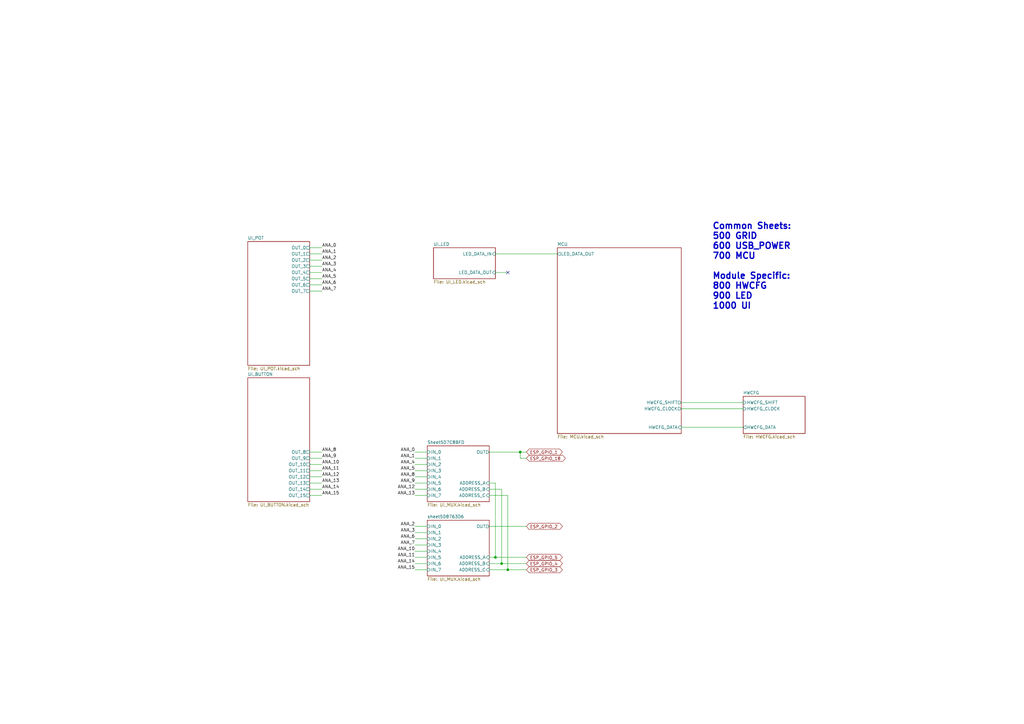
<source format=kicad_sch>
(kicad_sch
	(version 20231120)
	(generator "eeschema")
	(generator_version "8.0")
	(uuid "e5217a0c-7f55-4c30-adda-7f8d95709d1b")
	(paper "A3")
	(lib_symbols)
	(junction
		(at 213.36 185.42)
		(diameter 0)
		(color 0 0 0 0)
		(uuid "209c73f9-de16-400b-b152-86e236d8b759")
	)
	(junction
		(at 203.2 228.6)
		(diameter 0)
		(color 0 0 0 0)
		(uuid "cf4569af-0bff-4075-8757-cb28995312c8")
	)
	(junction
		(at 205.74 231.14)
		(diameter 0)
		(color 0 0 0 0)
		(uuid "d2b7d56d-1244-4cd8-93bd-6431378c10be")
	)
	(junction
		(at 208.28 233.68)
		(diameter 0)
		(color 0 0 0 0)
		(uuid "d80f6458-498d-4278-bd64-deb44cd70bbb")
	)
	(no_connect
		(at 208.28 111.76)
		(uuid "74f5ec08-7600-4a0b-a9e4-aae29f9ea08a")
	)
	(wire
		(pts
			(xy 175.26 203.2) (xy 170.18 203.2)
		)
		(stroke
			(width 0)
			(type default)
		)
		(uuid "05f2859d-2820-4e84-b395-696011feb13b")
	)
	(wire
		(pts
			(xy 279.4 165.1) (xy 304.8 165.1)
		)
		(stroke
			(width 0)
			(type default)
		)
		(uuid "07d160b6-23e1-4aa0-95cb-440482e6fc15")
	)
	(wire
		(pts
			(xy 205.74 231.14) (xy 215.9 231.14)
		)
		(stroke
			(width 0)
			(type default)
		)
		(uuid "090ca4f4-ea5e-47f8-8179-b0f20c649227")
	)
	(wire
		(pts
			(xy 205.74 200.66) (xy 205.74 231.14)
		)
		(stroke
			(width 0)
			(type default)
		)
		(uuid "0efa6063-7094-4692-bd74-7ced738aed92")
	)
	(wire
		(pts
			(xy 127 101.6) (xy 132.08 101.6)
		)
		(stroke
			(width 0)
			(type default)
		)
		(uuid "0fafc6b9-fd35-4a55-9270-7a8e7ce3cb13")
	)
	(wire
		(pts
			(xy 203.2 111.76) (xy 208.28 111.76)
		)
		(stroke
			(width 0)
			(type default)
		)
		(uuid "10e52e95-44f3-4059-a86d-dcda603e0623")
	)
	(wire
		(pts
			(xy 203.2 228.6) (xy 215.9 228.6)
		)
		(stroke
			(width 0)
			(type default)
		)
		(uuid "1a4c70e4-935a-4b0f-8f13-80d388cd07c0")
	)
	(wire
		(pts
			(xy 228.6 104.14) (xy 203.2 104.14)
		)
		(stroke
			(width 0)
			(type default)
		)
		(uuid "1e48966e-d29d-4521-8939-ec8ac570431d")
	)
	(wire
		(pts
			(xy 175.26 198.12) (xy 170.18 198.12)
		)
		(stroke
			(width 0)
			(type default)
		)
		(uuid "2a1de22d-6451-488d-af77-0bf8841bd695")
	)
	(wire
		(pts
			(xy 175.26 233.68) (xy 170.18 233.68)
		)
		(stroke
			(width 0)
			(type default)
		)
		(uuid "2c60448a-e30f-46b2-89e1-a44f51688efc")
	)
	(wire
		(pts
			(xy 132.08 190.5) (xy 127 190.5)
		)
		(stroke
			(width 0)
			(type default)
		)
		(uuid "31a125e0-be83-42e2-a6a7-2fd847ff0800")
	)
	(wire
		(pts
			(xy 127 119.38) (xy 132.08 119.38)
		)
		(stroke
			(width 0)
			(type default)
		)
		(uuid "337e8520-cbd2-42c0-8d17-743bab17cbbd")
	)
	(wire
		(pts
			(xy 132.08 195.58) (xy 127 195.58)
		)
		(stroke
			(width 0)
			(type default)
		)
		(uuid "4abe677a-f032-40a9-967c-665e2826fd49")
	)
	(wire
		(pts
			(xy 175.26 220.98) (xy 170.18 220.98)
		)
		(stroke
			(width 0)
			(type default)
		)
		(uuid "576f00e6-a1be-45d3-9b93-e26d9e0fe306")
	)
	(wire
		(pts
			(xy 200.66 228.6) (xy 203.2 228.6)
		)
		(stroke
			(width 0)
			(type default)
		)
		(uuid "58b8a697-304a-4a24-97cf-db0e0871054b")
	)
	(wire
		(pts
			(xy 127 109.22) (xy 132.08 109.22)
		)
		(stroke
			(width 0)
			(type default)
		)
		(uuid "59fc765e-1357-4c94-9529-5635418c7d73")
	)
	(wire
		(pts
			(xy 175.26 193.04) (xy 170.18 193.04)
		)
		(stroke
			(width 0)
			(type default)
		)
		(uuid "6ac3ab53-7523-4805-bfd2-5de19dff127e")
	)
	(wire
		(pts
			(xy 200.66 185.42) (xy 213.36 185.42)
		)
		(stroke
			(width 0)
			(type default)
		)
		(uuid "6cc5add7-2c58-495d-a90c-f7b38995edcd")
	)
	(wire
		(pts
			(xy 175.26 218.44) (xy 170.18 218.44)
		)
		(stroke
			(width 0)
			(type default)
		)
		(uuid "713e0777-58b2-4487-baca-60d0ebed27c3")
	)
	(wire
		(pts
			(xy 200.66 215.9) (xy 215.9 215.9)
		)
		(stroke
			(width 0)
			(type default)
		)
		(uuid "749dc156-7850-4dfd-ad37-6fc4c319880b")
	)
	(wire
		(pts
			(xy 203.2 198.12) (xy 203.2 228.6)
		)
		(stroke
			(width 0)
			(type default)
		)
		(uuid "74c960ee-adb4-4375-b63f-111cb461615a")
	)
	(wire
		(pts
			(xy 200.66 200.66) (xy 205.74 200.66)
		)
		(stroke
			(width 0)
			(type default)
		)
		(uuid "7724cf8a-d269-4bb5-b657-e3539d59930d")
	)
	(wire
		(pts
			(xy 213.36 187.96) (xy 213.36 185.42)
		)
		(stroke
			(width 0)
			(type default)
		)
		(uuid "7dfc8c56-f50f-4108-b30e-7ac1268dc5d5")
	)
	(wire
		(pts
			(xy 200.66 233.68) (xy 208.28 233.68)
		)
		(stroke
			(width 0)
			(type default)
		)
		(uuid "7f131c35-9ee2-49ba-bf3a-38cc98ad92ce")
	)
	(wire
		(pts
			(xy 279.4 175.26) (xy 304.8 175.26)
		)
		(stroke
			(width 0)
			(type default)
		)
		(uuid "844d7d7a-b386-45a8-aaf6-bf41bbcb43b5")
	)
	(wire
		(pts
			(xy 200.66 231.14) (xy 205.74 231.14)
		)
		(stroke
			(width 0)
			(type default)
		)
		(uuid "899e0de4-dc68-4dd9-a309-39fb89127bc6")
	)
	(wire
		(pts
			(xy 132.08 106.68) (xy 127 106.68)
		)
		(stroke
			(width 0)
			(type default)
		)
		(uuid "89a8e170-a222-41c0-b545-c9f4c5604011")
	)
	(wire
		(pts
			(xy 127 203.2) (xy 132.08 203.2)
		)
		(stroke
			(width 0)
			(type default)
		)
		(uuid "8b51480c-0a8e-467b-9cef-7f6ba4924bb4")
	)
	(wire
		(pts
			(xy 175.26 228.6) (xy 170.18 228.6)
		)
		(stroke
			(width 0)
			(type default)
		)
		(uuid "901440f4-e2a6-4447-83cc-f58a2b26f5c4")
	)
	(wire
		(pts
			(xy 208.28 233.68) (xy 215.9 233.68)
		)
		(stroke
			(width 0)
			(type default)
		)
		(uuid "90f3d8ad-4a0d-4632-bac3-60875445b903")
	)
	(wire
		(pts
			(xy 208.28 203.2) (xy 208.28 233.68)
		)
		(stroke
			(width 0)
			(type default)
		)
		(uuid "91365c5c-75cb-4284-b49e-3adae48a9f01")
	)
	(wire
		(pts
			(xy 127 104.14) (xy 132.08 104.14)
		)
		(stroke
			(width 0)
			(type default)
		)
		(uuid "9529c01f-e1cd-40be-b7f0-83780a544249")
	)
	(wire
		(pts
			(xy 132.08 111.76) (xy 127 111.76)
		)
		(stroke
			(width 0)
			(type default)
		)
		(uuid "96db52e2-6336-4f5e-846e-528c594d0509")
	)
	(wire
		(pts
			(xy 213.36 185.42) (xy 215.9 185.42)
		)
		(stroke
			(width 0)
			(type default)
		)
		(uuid "9ecf6fb6-8a32-481f-9d62-47a91889f1a3")
	)
	(wire
		(pts
			(xy 175.26 187.96) (xy 170.18 187.96)
		)
		(stroke
			(width 0)
			(type default)
		)
		(uuid "a07b6b2b-7179-4297-b163-5e47ffbe76d3")
	)
	(wire
		(pts
			(xy 175.26 226.06) (xy 170.18 226.06)
		)
		(stroke
			(width 0)
			(type default)
		)
		(uuid "a0dee8e6-f88a-4f05-aba0-bab3aafdf2bc")
	)
	(wire
		(pts
			(xy 215.9 187.96) (xy 213.36 187.96)
		)
		(stroke
			(width 0)
			(type default)
		)
		(uuid "a33c7f18-872e-49fd-b22b-a6b5171af46c")
	)
	(wire
		(pts
			(xy 279.4 167.64) (xy 304.8 167.64)
		)
		(stroke
			(width 0)
			(type default)
		)
		(uuid "a62609cd-29b7-4918-b97d-7b2404ba61cf")
	)
	(wire
		(pts
			(xy 175.26 195.58) (xy 170.18 195.58)
		)
		(stroke
			(width 0)
			(type default)
		)
		(uuid "a8219a78-6b33-4efa-a789-6a67ce8f7a50")
	)
	(wire
		(pts
			(xy 175.26 215.9) (xy 170.18 215.9)
		)
		(stroke
			(width 0)
			(type default)
		)
		(uuid "a8fb8ee0-623f-4870-a716-ecc88f37ef9a")
	)
	(wire
		(pts
			(xy 200.66 198.12) (xy 203.2 198.12)
		)
		(stroke
			(width 0)
			(type default)
		)
		(uuid "b4a977ae-b2ae-48d8-8c15-01300b73a08b")
	)
	(wire
		(pts
			(xy 127 193.04) (xy 132.08 193.04)
		)
		(stroke
			(width 0)
			(type default)
		)
		(uuid "c7ee3b02-6e58-400d-af69-f821d40d4cbb")
	)
	(wire
		(pts
			(xy 175.26 190.5) (xy 170.18 190.5)
		)
		(stroke
			(width 0)
			(type default)
		)
		(uuid "d1a9be32-38ba-44e6-bc35-f031541ab1fe")
	)
	(wire
		(pts
			(xy 175.26 231.14) (xy 170.18 231.14)
		)
		(stroke
			(width 0)
			(type default)
		)
		(uuid "d7e5a060-eb57-4238-9312-26bc885fc97d")
	)
	(wire
		(pts
			(xy 127 198.12) (xy 132.08 198.12)
		)
		(stroke
			(width 0)
			(type default)
		)
		(uuid "e8d0a591-fd34-4cb0-a377-db49b24e37c4")
	)
	(wire
		(pts
			(xy 132.08 200.66) (xy 127 200.66)
		)
		(stroke
			(width 0)
			(type default)
		)
		(uuid "eba56bfe-2d80-42cc-bf08-e0aec63da397")
	)
	(wire
		(pts
			(xy 175.26 185.42) (xy 170.18 185.42)
		)
		(stroke
			(width 0)
			(type default)
		)
		(uuid "ebca7c5e-ae52-43e5-ac6c-69a96a9a5b24")
	)
	(wire
		(pts
			(xy 132.08 185.42) (xy 127 185.42)
		)
		(stroke
			(width 0)
			(type default)
		)
		(uuid "ed50135e-8dee-476e-90ac-c16ba2dad808")
	)
	(wire
		(pts
			(xy 127 114.3) (xy 132.08 114.3)
		)
		(stroke
			(width 0)
			(type default)
		)
		(uuid "f0ff5d1c-5481-4958-b844-4f68a17d4166")
	)
	(wire
		(pts
			(xy 175.26 223.52) (xy 170.18 223.52)
		)
		(stroke
			(width 0)
			(type default)
		)
		(uuid "f19c9655-8ddb-411a-96dd-bd986870c3c6")
	)
	(wire
		(pts
			(xy 175.26 200.66) (xy 170.18 200.66)
		)
		(stroke
			(width 0)
			(type default)
		)
		(uuid "f3044f68-903d-4063-b253-30d8e3a83eae")
	)
	(wire
		(pts
			(xy 200.66 203.2) (xy 208.28 203.2)
		)
		(stroke
			(width 0)
			(type default)
		)
		(uuid "f6ef085e-4d1b-41a2-aae2-3653a29bbbc6")
	)
	(wire
		(pts
			(xy 127 187.96) (xy 132.08 187.96)
		)
		(stroke
			(width 0)
			(type default)
		)
		(uuid "fae62130-e12e-4e40-b8d3-ae4e747e7372")
	)
	(wire
		(pts
			(xy 132.08 116.84) (xy 127 116.84)
		)
		(stroke
			(width 0)
			(type default)
		)
		(uuid "fdc60c06-30fa-4dfb-96b4-809b755999e1")
	)
	(text "Common Sheets:\n500 GRID\n600 USB_POWER\n700 MCU\n\nModule Specific:\n800 HWCFG\n900 LED\n1000 UI"
		(exclude_from_sim no)
		(at 292.1 127 0)
		(effects
			(font
				(size 2.54 2.54)
				(thickness 0.508)
				(bold yes)
			)
			(justify left bottom)
		)
		(uuid "3ed7b52a-fa11-4e7f-ae41-1082078a3112")
	)
	(label "ANA_12"
		(at 132.08 195.58 0)
		(effects
			(font
				(size 1.27 1.27)
			)
			(justify left bottom)
		)
		(uuid "17555458-d1f2-4e94-92ff-dcb4327d821a")
	)
	(label "ANA_6"
		(at 132.08 116.84 0)
		(effects
			(font
				(size 1.27 1.27)
			)
			(justify left bottom)
		)
		(uuid "1dfbf353-5b24-4c0f-8322-8fcd514ae75e")
	)
	(label "ANA_6"
		(at 170.18 220.98 180)
		(effects
			(font
				(size 1.27 1.27)
			)
			(justify right bottom)
		)
		(uuid "25bc3602-3fb4-4a04-94e3-21ba22562c24")
	)
	(label "ANA_15"
		(at 170.18 233.68 180)
		(effects
			(font
				(size 1.27 1.27)
			)
			(justify right bottom)
		)
		(uuid "269f19c3-6824-45a8-be29-fa58d70cbb42")
	)
	(label "ANA_9"
		(at 170.18 198.12 180)
		(effects
			(font
				(size 1.27 1.27)
			)
			(justify right bottom)
		)
		(uuid "283c990c-ae5a-4e41-a3ad-b40ca29fe90e")
	)
	(label "ANA_8"
		(at 132.08 185.42 0)
		(effects
			(font
				(size 1.27 1.27)
			)
			(justify left bottom)
		)
		(uuid "2a427419-bfe3-4dd5-9bdf-b088ce56f877")
	)
	(label "ANA_4"
		(at 132.08 111.76 0)
		(effects
			(font
				(size 1.27 1.27)
			)
			(justify left bottom)
		)
		(uuid "2e0a9f64-1b78-4597-8d50-d12d2268a95a")
	)
	(label "ANA_10"
		(at 132.08 190.5 0)
		(effects
			(font
				(size 1.27 1.27)
			)
			(justify left bottom)
		)
		(uuid "3840ad4b-647d-4858-9fbe-ebc6144a3771")
	)
	(label "ANA_14"
		(at 170.18 231.14 180)
		(effects
			(font
				(size 1.27 1.27)
			)
			(justify right bottom)
		)
		(uuid "38cfe839-c630-43d3-a9ec-6a89ba9e318a")
	)
	(label "ANA_9"
		(at 132.08 187.96 0)
		(effects
			(font
				(size 1.27 1.27)
			)
			(justify left bottom)
		)
		(uuid "3e3b328d-bd1a-4304-b618-8913b1df8dc9")
	)
	(label "ANA_15"
		(at 132.08 203.2 0)
		(effects
			(font
				(size 1.27 1.27)
			)
			(justify left bottom)
		)
		(uuid "41c8f7aa-1189-4ae1-a96f-0c913f978394")
	)
	(label "ANA_10"
		(at 170.18 226.06 180)
		(effects
			(font
				(size 1.27 1.27)
			)
			(justify right bottom)
		)
		(uuid "49575217-40b0-4890-8acf-12982cca52b5")
	)
	(label "ANA_4"
		(at 170.18 190.5 180)
		(effects
			(font
				(size 1.27 1.27)
			)
			(justify right bottom)
		)
		(uuid "4a54c707-7b6f-4a3d-a74d-5e3526114aba")
	)
	(label "ANA_5"
		(at 170.18 193.04 180)
		(effects
			(font
				(size 1.27 1.27)
			)
			(justify right bottom)
		)
		(uuid "4aa97874-2fd2-414c-b381-9420384c2fd8")
	)
	(label "ANA_1"
		(at 170.18 187.96 180)
		(effects
			(font
				(size 1.27 1.27)
			)
			(justify right bottom)
		)
		(uuid "4b1fce17-dec7-457e-ba3b-a77604e77dc9")
	)
	(label "ANA_11"
		(at 170.18 228.6 180)
		(effects
			(font
				(size 1.27 1.27)
			)
			(justify right bottom)
		)
		(uuid "4cafb73d-1ad8-4d24-acf7-63d78095ae46")
	)
	(label "ANA_5"
		(at 132.08 114.3 0)
		(effects
			(font
				(size 1.27 1.27)
			)
			(justify left bottom)
		)
		(uuid "582622a2-fad4-4737-9a80-be9fffbba8ab")
	)
	(label "ANA_13"
		(at 170.18 203.2 180)
		(effects
			(font
				(size 1.27 1.27)
			)
			(justify right bottom)
		)
		(uuid "5889287d-b845-4684-b23e-663811b25d27")
	)
	(label "ANA_7"
		(at 170.18 223.52 180)
		(effects
			(font
				(size 1.27 1.27)
			)
			(justify right bottom)
		)
		(uuid "7760a75a-d74b-4185-b34e-cbc7b2c339b6")
	)
	(label "ANA_2"
		(at 170.18 215.9 180)
		(effects
			(font
				(size 1.27 1.27)
			)
			(justify right bottom)
		)
		(uuid "869d6302-ae22-478f-9723-3feacbb12eef")
	)
	(label "ANA_3"
		(at 132.08 109.22 0)
		(effects
			(font
				(size 1.27 1.27)
			)
			(justify left bottom)
		)
		(uuid "9aaeec6e-84fe-4644-b0bc-5de24626ff48")
	)
	(label "ANA_13"
		(at 132.08 198.12 0)
		(effects
			(font
				(size 1.27 1.27)
			)
			(justify left bottom)
		)
		(uuid "b2789c26-e9b8-40c2-87ee-2ac368c870c8")
	)
	(label "ANA_12"
		(at 170.18 200.66 180)
		(effects
			(font
				(size 1.27 1.27)
			)
			(justify right bottom)
		)
		(uuid "be4b72db-0e02-4d9b-844a-aff689b4e648")
	)
	(label "ANA_8"
		(at 170.18 195.58 180)
		(effects
			(font
				(size 1.27 1.27)
			)
			(justify right bottom)
		)
		(uuid "c1bac86f-cbf6-4c5b-b60d-c26fa73d9c09")
	)
	(label "ANA_11"
		(at 132.08 193.04 0)
		(effects
			(font
				(size 1.27 1.27)
			)
			(justify left bottom)
		)
		(uuid "c9a1861d-6894-471f-b08b-ae409cebde28")
	)
	(label "ANA_2"
		(at 132.08 106.68 0)
		(effects
			(font
				(size 1.27 1.27)
			)
			(justify left bottom)
		)
		(uuid "d3e133b7-2c84-4206-a2b1-e693cb57fe56")
	)
	(label "ANA_0"
		(at 170.18 185.42 180)
		(effects
			(font
				(size 1.27 1.27)
			)
			(justify right bottom)
		)
		(uuid "d66d3c12-11ce-4566-9a45-962e329503d8")
	)
	(label "ANA_0"
		(at 132.08 101.6 0)
		(effects
			(font
				(size 1.27 1.27)
			)
			(justify left bottom)
		)
		(uuid "da481376-0e49-44d3-91b8-aaa39b869dd1")
	)
	(label "ANA_7"
		(at 132.08 119.38 0)
		(effects
			(font
				(size 1.27 1.27)
			)
			(justify left bottom)
		)
		(uuid "e0c7ddff-8c90-465f-be62-21fb49b059fa")
	)
	(label "ANA_3"
		(at 170.18 218.44 180)
		(effects
			(font
				(size 1.27 1.27)
			)
			(justify right bottom)
		)
		(uuid "e1b88aa4-d887-4eea-83ff-5c009f4390c4")
	)
	(label "ANA_14"
		(at 132.08 200.66 0)
		(effects
			(font
				(size 1.27 1.27)
			)
			(justify left bottom)
		)
		(uuid "f53a7191-613e-4457-a03e-4e8da7d33592")
	)
	(label "ANA_1"
		(at 132.08 104.14 0)
		(effects
			(font
				(size 1.27 1.27)
			)
			(justify left bottom)
		)
		(uuid "f988d6ea-11c5-4837-b1d1-5c292ded50c6")
	)
	(global_label "ESP_GPIO_5"
		(shape bidirectional)
		(at 215.9 228.6 0)
		(fields_autoplaced yes)
		(effects
			(font
				(size 1.27 1.27)
			)
			(justify left)
		)
		(uuid "584215e2-8167-434e-9f90-2898ac8adc92")
		(property "Intersheetrefs" "${INTERSHEET_REFS}"
			(at 229.4728 228.5206 0)
			(effects
				(font
					(size 1.27 1.27)
				)
				(justify left)
				(hide yes)
			)
		)
	)
	(global_label "ESP_GPIO_1"
		(shape bidirectional)
		(at 215.9 185.42 0)
		(fields_autoplaced yes)
		(effects
			(font
				(size 1.27 1.27)
			)
			(justify left)
		)
		(uuid "62cdf334-29cc-4028-b0d8-f3f97cd7d781")
		(property "Intersheetrefs" "${INTERSHEET_REFS}"
			(at 229.4728 185.3406 0)
			(effects
				(font
					(size 1.27 1.27)
				)
				(justify left)
				(hide yes)
			)
		)
	)
	(global_label "ESP_GPIO_18"
		(shape bidirectional)
		(at 215.9 187.96 0)
		(fields_autoplaced yes)
		(effects
			(font
				(size 1.27 1.27)
			)
			(justify left)
		)
		(uuid "899ad0c5-7905-44e1-9751-dc028eceb340")
		(property "Intersheetrefs" "${INTERSHEET_REFS}"
			(at 230.6823 187.8806 0)
			(effects
				(font
					(size 1.27 1.27)
				)
				(justify left)
				(hide yes)
			)
		)
	)
	(global_label "ESP_GPIO_4"
		(shape bidirectional)
		(at 215.9 231.14 0)
		(fields_autoplaced yes)
		(effects
			(font
				(size 1.27 1.27)
			)
			(justify left)
		)
		(uuid "ad444c75-c6c6-4b0a-9910-044c88df3217")
		(property "Intersheetrefs" "${INTERSHEET_REFS}"
			(at 229.4728 231.0606 0)
			(effects
				(font
					(size 1.27 1.27)
				)
				(justify left)
				(hide yes)
			)
		)
	)
	(global_label "ESP_GPIO_3"
		(shape bidirectional)
		(at 215.9 233.68 0)
		(fields_autoplaced yes)
		(effects
			(font
				(size 1.27 1.27)
			)
			(justify left)
		)
		(uuid "d19e61bc-ff37-410f-a1aa-eb235e9dde27")
		(property "Intersheetrefs" "${INTERSHEET_REFS}"
			(at 229.4728 233.6006 0)
			(effects
				(font
					(size 1.27 1.27)
				)
				(justify left)
				(hide yes)
			)
		)
	)
	(global_label "ESP_GPIO_2"
		(shape bidirectional)
		(at 215.9 215.9 0)
		(fields_autoplaced yes)
		(effects
			(font
				(size 1.27 1.27)
			)
			(justify left)
		)
		(uuid "dec5656e-d83e-434b-b866-7a6cae7b497c")
		(property "Intersheetrefs" "${INTERSHEET_REFS}"
			(at 229.4728 215.8206 0)
			(effects
				(font
					(size 1.27 1.27)
				)
				(justify left)
				(hide yes)
			)
		)
	)
	(sheet
		(at 177.8 101.6)
		(size 25.4 12.7)
		(fields_autoplaced yes)
		(stroke
			(width 0)
			(type solid)
		)
		(fill
			(color 0 0 0 0.0000)
		)
		(uuid "00000000-0000-0000-0000-00005d735388")
		(property "Sheetname" "UI_LED"
			(at 177.8 100.8884 0)
			(effects
				(font
					(size 1.27 1.27)
				)
				(justify left bottom)
			)
		)
		(property "Sheetfile" "UI_LED.kicad_sch"
			(at 177.8 114.8846 0)
			(effects
				(font
					(size 1.27 1.27)
				)
				(justify left top)
			)
		)
		(pin "LED_DATA_IN" input
			(at 203.2 104.14 0)
			(effects
				(font
					(size 1.27 1.27)
				)
				(justify right)
			)
			(uuid "f1e619ac-5067-41df-8384-776ec70a6093")
		)
		(pin "LED_DATA_OUT" input
			(at 203.2 111.76 0)
			(effects
				(font
					(size 1.27 1.27)
				)
				(justify right)
			)
			(uuid "7a74c4b1-6243-4a12-85a2-bc41d346e7aa")
		)
		(instances
			(project "PCBA-TEK2"
				(path "/e5217a0c-7f55-4c30-adda-7f8d95709d1b"
					(page "4")
				)
			)
		)
	)
	(sheet
		(at 101.6 99.06)
		(size 25.4 50.8)
		(fields_autoplaced yes)
		(stroke
			(width 0)
			(type solid)
		)
		(fill
			(color 0 0 0 0.0000)
		)
		(uuid "00000000-0000-0000-0000-00005d735a13")
		(property "Sheetname" "UI_POT"
			(at 101.6 98.3484 0)
			(effects
				(font
					(size 1.27 1.27)
				)
				(justify left bottom)
			)
		)
		(property "Sheetfile" "UI_POT.kicad_sch"
			(at 101.6 150.4446 0)
			(effects
				(font
					(size 1.27 1.27)
				)
				(justify left top)
			)
		)
		(pin "OUT_0" passive
			(at 127 101.6 0)
			(effects
				(font
					(size 1.27 1.27)
				)
				(justify right)
			)
			(uuid "bde95c06-433a-4c03-bc48-e3abcdb4e054")
		)
		(pin "OUT_1" passive
			(at 127 104.14 0)
			(effects
				(font
					(size 1.27 1.27)
				)
				(justify right)
			)
			(uuid "8cd050d6-228c-4da0-9533-b4f8d14cfb34")
		)
		(pin "OUT_2" passive
			(at 127 106.68 0)
			(effects
				(font
					(size 1.27 1.27)
				)
				(justify right)
			)
			(uuid "4e27930e-1827-4788-aa6b-487321d46602")
		)
		(pin "OUT_3" passive
			(at 127 109.22 0)
			(effects
				(font
					(size 1.27 1.27)
				)
				(justify right)
			)
			(uuid "18c61c95-8af1-4986-b67e-c7af9c15ab6b")
		)
		(pin "OUT_4" passive
			(at 127 111.76 0)
			(effects
				(font
					(size 1.27 1.27)
				)
				(justify right)
			)
			(uuid "a5be2cb8-c68d-4180-8412-69a6b4c5b1d4")
		)
		(pin "OUT_5" passive
			(at 127 114.3 0)
			(effects
				(font
					(size 1.27 1.27)
				)
				(justify right)
			)
			(uuid "7e1217ba-8a3d-4079-8d7b-b45f90cfbf53")
		)
		(pin "OUT_6" passive
			(at 127 116.84 0)
			(effects
				(font
					(size 1.27 1.27)
				)
				(justify right)
			)
			(uuid "2e90e294-82e1-45da-9bf1-b91dfe0dc8f6")
		)
		(pin "OUT_7" passive
			(at 127 119.38 0)
			(effects
				(font
					(size 1.27 1.27)
				)
				(justify right)
			)
			(uuid "ba6fc20e-7eff-4d5f-81e4-d1fad93be155")
		)
		(instances
			(project "PCBA-TEK2"
				(path "/e5217a0c-7f55-4c30-adda-7f8d95709d1b"
					(page "2")
				)
			)
		)
	)
	(sheet
		(at 101.6 154.94)
		(size 25.4 50.8)
		(fields_autoplaced yes)
		(stroke
			(width 0)
			(type solid)
		)
		(fill
			(color 0 0 0 0.0000)
		)
		(uuid "00000000-0000-0000-0000-00005d74bbf2")
		(property "Sheetname" "UI_BUTTON"
			(at 101.6 154.2284 0)
			(effects
				(font
					(size 1.27 1.27)
				)
				(justify left bottom)
			)
		)
		(property "Sheetfile" "UI_BUTTON.kicad_sch"
			(at 101.6 206.3246 0)
			(effects
				(font
					(size 1.27 1.27)
				)
				(justify left top)
			)
		)
		(pin "OUT_12" passive
			(at 127 195.58 0)
			(effects
				(font
					(size 1.27 1.27)
				)
				(justify right)
			)
			(uuid "3b686d17-1000-4762-ba31-589d599a3edf")
		)
		(pin "OUT_13" passive
			(at 127 198.12 0)
			(effects
				(font
					(size 1.27 1.27)
				)
				(justify right)
			)
			(uuid "9286cf02-1563-41d2-9931-c192c33bab31")
		)
		(pin "OUT_14" passive
			(at 127 200.66 0)
			(effects
				(font
					(size 1.27 1.27)
				)
				(justify right)
			)
			(uuid "66bc2bca-dab7-4947-a0ff-403cdaf9fb89")
		)
		(pin "OUT_15" passive
			(at 127 203.2 0)
			(effects
				(font
					(size 1.27 1.27)
				)
				(justify right)
			)
			(uuid "9b6bb172-1ac4-440a-ac75-c1917d9d59c7")
		)
		(pin "OUT_11" passive
			(at 127 193.04 0)
			(effects
				(font
					(size 1.27 1.27)
				)
				(justify right)
			)
			(uuid "3d1ea1b4-8d24-4009-a8aa-9af8180cc421")
		)
		(pin "OUT_10" passive
			(at 127 190.5 0)
			(effects
				(font
					(size 1.27 1.27)
				)
				(justify right)
			)
			(uuid "2fae4bd8-ace7-437f-9be8-fa9b3c76313e")
		)
		(pin "OUT_9" passive
			(at 127 187.96 0)
			(effects
				(font
					(size 1.27 1.27)
				)
				(justify right)
			)
			(uuid "2eea8373-3bf8-4519-9419-496319f1ad4c")
		)
		(pin "OUT_8" passive
			(at 127 185.42 0)
			(effects
				(font
					(size 1.27 1.27)
				)
				(justify right)
			)
			(uuid "c3e21b30-a95d-4022-9fb0-5125d4b77217")
		)
		(instances
			(project "PCBA-TEK2"
				(path "/e5217a0c-7f55-4c30-adda-7f8d95709d1b"
					(page "3")
				)
			)
		)
	)
	(sheet
		(at 228.6 101.6)
		(size 50.8 76.2)
		(fields_autoplaced yes)
		(stroke
			(width 0)
			(type solid)
		)
		(fill
			(color 0 0 0 0.0000)
		)
		(uuid "00000000-0000-0000-0000-00005d757c78")
		(property "Sheetname" "MCU"
			(at 228.6 100.8884 0)
			(effects
				(font
					(size 1.27 1.27)
				)
				(justify left bottom)
			)
		)
		(property "Sheetfile" "MCU.kicad_sch"
			(at 228.6 178.3846 0)
			(effects
				(font
					(size 1.27 1.27)
				)
				(justify left top)
			)
		)
		(pin "LED_DATA_OUT" output
			(at 228.6 104.14 180)
			(effects
				(font
					(size 1.27 1.27)
				)
				(justify left)
			)
			(uuid "9390234f-bf3f-46cd-b6a0-8a438ec76e9f")
		)
		(pin "HWCFG_DATA" input
			(at 279.4 175.26 0)
			(effects
				(font
					(size 1.27 1.27)
				)
				(justify right)
			)
			(uuid "9e813ec2-d4ce-4e2e-b379-c6fedb4c45db")
		)
		(pin "HWCFG_CLOCK" output
			(at 279.4 167.64 0)
			(effects
				(font
					(size 1.27 1.27)
				)
				(justify right)
			)
			(uuid "6325c32f-c82a-4357-b022-f9c7e76f412e")
		)
		(pin "HWCFG_SHIFT" output
			(at 279.4 165.1 0)
			(effects
				(font
					(size 1.27 1.27)
				)
				(justify right)
			)
			(uuid "18d11f32-e1a6-4f29-8e3c-0bfeb07299bd")
		)
		(instances
			(project "PCBA-TEK2"
				(path "/e5217a0c-7f55-4c30-adda-7f8d95709d1b"
					(page "7")
				)
			)
		)
	)
	(sheet
		(at 175.26 182.88)
		(size 25.4 22.86)
		(fields_autoplaced yes)
		(stroke
			(width 0)
			(type solid)
		)
		(fill
			(color 0 0 0 0.0000)
		)
		(uuid "00000000-0000-0000-0000-00005d7c8bfe")
		(property "Sheetname" "Sheet5D7C8BFD"
			(at 175.26 182.1684 0)
			(effects
				(font
					(size 1.27 1.27)
				)
				(justify left bottom)
			)
		)
		(property "Sheetfile" "UI_MUX.kicad_sch"
			(at 175.26 206.3246 0)
			(effects
				(font
					(size 1.27 1.27)
				)
				(justify left top)
			)
		)
		(pin "OUT" output
			(at 200.66 185.42 0)
			(effects
				(font
					(size 1.27 1.27)
				)
				(justify right)
			)
			(uuid "d7e4abd8-69f5-4706-b12e-898194e5bf56")
		)
		(pin "IN_0" input
			(at 175.26 185.42 180)
			(effects
				(font
					(size 1.27 1.27)
				)
				(justify left)
			)
			(uuid "44646447-0a8e-4aec-a74e-22bf765d0f33")
		)
		(pin "IN_1" input
			(at 175.26 187.96 180)
			(effects
				(font
					(size 1.27 1.27)
				)
				(justify left)
			)
			(uuid "2878a73c-5447-4cd9-8194-14f52ab9459c")
		)
		(pin "IN_2" input
			(at 175.26 190.5 180)
			(effects
				(font
					(size 1.27 1.27)
				)
				(justify left)
			)
			(uuid "955cc99e-a129-42cf-abc7-aa99813fdb5f")
		)
		(pin "IN_3" input
			(at 175.26 193.04 180)
			(effects
				(font
					(size 1.27 1.27)
				)
				(justify left)
			)
			(uuid "04cf2f2c-74bf-400d-b4f6-201720df00ed")
		)
		(pin "IN_4" input
			(at 175.26 195.58 180)
			(effects
				(font
					(size 1.27 1.27)
				)
				(justify left)
			)
			(uuid "1bdd5841-68b7-42e2-9447-cbdb608d8a08")
		)
		(pin "IN_5" input
			(at 175.26 198.12 180)
			(effects
				(font
					(size 1.27 1.27)
				)
				(justify left)
			)
			(uuid "aeb03be9-98f0-43f6-9432-1bb35aa04bab")
		)
		(pin "IN_6" input
			(at 175.26 200.66 180)
			(effects
				(font
					(size 1.27 1.27)
				)
				(justify left)
			)
			(uuid "008da5b9-6f95-4113-b7d0-d93ac62efd33")
		)
		(pin "IN_7" input
			(at 175.26 203.2 180)
			(effects
				(font
					(size 1.27 1.27)
				)
				(justify left)
			)
			(uuid "5d3d7893-1d11-4f1d-9052-85cf0e07d281")
		)
		(pin "ADDRESS_C" input
			(at 200.66 203.2 0)
			(effects
				(font
					(size 1.27 1.27)
				)
				(justify right)
			)
			(uuid "79476267-290e-445f-995b-0afd0e11a4b5")
		)
		(pin "ADDRESS_B" input
			(at 200.66 200.66 0)
			(effects
				(font
					(size 1.27 1.27)
				)
				(justify right)
			)
			(uuid "8b290a17-6328-4178-9131-29524d345539")
		)
		(pin "ADDRESS_A" input
			(at 200.66 198.12 0)
			(effects
				(font
					(size 1.27 1.27)
				)
				(justify right)
			)
			(uuid "27b2eb82-662b-42d8-90e6-830fec4bb8d2")
		)
		(instances
			(project "PCBA-TEK2"
				(path "/e5217a0c-7f55-4c30-adda-7f8d95709d1b"
					(page "5")
				)
			)
		)
	)
	(sheet
		(at 175.26 213.36)
		(size 25.4 22.86)
		(fields_autoplaced yes)
		(stroke
			(width 0)
			(type solid)
		)
		(fill
			(color 0 0 0 0.0000)
		)
		(uuid "00000000-0000-0000-0000-00005d8763e1")
		(property "Sheetname" "sheet5D8763D6"
			(at 175.26 212.6484 0)
			(effects
				(font
					(size 1.27 1.27)
				)
				(justify left bottom)
			)
		)
		(property "Sheetfile" "UI_MUX.kicad_sch"
			(at 175.26 236.8046 0)
			(effects
				(font
					(size 1.27 1.27)
				)
				(justify left top)
			)
		)
		(pin "IN_0" input
			(at 175.26 215.9 180)
			(effects
				(font
					(size 1.27 1.27)
				)
				(justify left)
			)
			(uuid "3e0392c0-affc-4114-9de5-1f1cfe79418a")
		)
		(pin "IN_1" input
			(at 175.26 218.44 180)
			(effects
				(font
					(size 1.27 1.27)
				)
				(justify left)
			)
			(uuid "6513181c-0a6a-4560-9a18-17450c36ae2a")
		)
		(pin "IN_2" input
			(at 175.26 220.98 180)
			(effects
				(font
					(size 1.27 1.27)
				)
				(justify left)
			)
			(uuid "12a24e86-2c38-4685-bba9-fff8dddb4cb0")
		)
		(pin "IN_3" input
			(at 175.26 223.52 180)
			(effects
				(font
					(size 1.27 1.27)
				)
				(justify left)
			)
			(uuid "f357ddb5-3f44-43b0-b00d-d64f5c62ba4a")
		)
		(pin "IN_4" input
			(at 175.26 226.06 180)
			(effects
				(font
					(size 1.27 1.27)
				)
				(justify left)
			)
			(uuid "35ef9c4a-35f6-467b-a704-b1d9354880cf")
		)
		(pin "IN_5" input
			(at 175.26 228.6 180)
			(effects
				(font
					(size 1.27 1.27)
				)
				(justify left)
			)
			(uuid "b8b961e9-8a60-45fc-999a-a7a3baff4e0d")
		)
		(pin "IN_6" input
			(at 175.26 231.14 180)
			(effects
				(font
					(size 1.27 1.27)
				)
				(justify left)
			)
			(uuid "a7f25f41-0b4c-4430-b6cd-b2160b2db099")
		)
		(pin "IN_7" input
			(at 175.26 233.68 180)
			(effects
				(font
					(size 1.27 1.27)
				)
				(justify left)
			)
			(uuid "0ceb97d6-1b0f-4b71-921e-b0955c30c998")
		)
		(pin "OUT" output
			(at 200.66 215.9 0)
			(effects
				(font
					(size 1.27 1.27)
				)
				(justify right)
			)
			(uuid "1241b7f2-e266-4f5c-8a97-9f0f9d0eef37")
		)
		(pin "ADDRESS_C" input
			(at 200.66 233.68 0)
			(effects
				(font
					(size 1.27 1.27)
				)
				(justify right)
			)
			(uuid "7d0dab95-9e7a-486e-a1d7-fc48860fd57d")
		)
		(pin "ADDRESS_B" input
			(at 200.66 231.14 0)
			(effects
				(font
					(size 1.27 1.27)
				)
				(justify right)
			)
			(uuid "6241e6d3-a754-45b6-9f7c-e43019b93226")
		)
		(pin "ADDRESS_A" input
			(at 200.66 228.6 0)
			(effects
				(font
					(size 1.27 1.27)
				)
				(justify right)
			)
			(uuid "c8a44971-63c1-4a19-879d-b6647b2dc08d")
		)
		(instances
			(project "PCBA-TEK2"
				(path "/e5217a0c-7f55-4c30-adda-7f8d95709d1b"
					(page "6")
				)
			)
		)
	)
	(sheet
		(at 304.8 162.56)
		(size 25.4 15.24)
		(fields_autoplaced yes)
		(stroke
			(width 0)
			(type solid)
		)
		(fill
			(color 0 0 0 0.0000)
		)
		(uuid "00000000-0000-0000-0000-00005dc2dc06")
		(property "Sheetname" "HWCFG"
			(at 304.8 161.8484 0)
			(effects
				(font
					(size 1.27 1.27)
				)
				(justify left bottom)
			)
		)
		(property "Sheetfile" "HWCFG.kicad_sch"
			(at 304.8 178.3846 0)
			(effects
				(font
					(size 1.27 1.27)
				)
				(justify left top)
			)
		)
		(pin "HWCFG_DATA" output
			(at 304.8 175.26 180)
			(effects
				(font
					(size 1.27 1.27)
				)
				(justify left)
			)
			(uuid "9f782c92-a5e8-49db-bfda-752b35522ce4")
		)
		(pin "HWCFG_CLOCK" input
			(at 304.8 167.64 180)
			(effects
				(font
					(size 1.27 1.27)
				)
				(justify left)
			)
			(uuid "ccc4cc25-ac17-45ef-825c-e079951ffb21")
		)
		(pin "HWCFG_SHIFT" input
			(at 304.8 165.1 180)
			(effects
				(font
					(size 1.27 1.27)
				)
				(justify left)
			)
			(uuid "626679e8-6101-4722-ac57-5b8d9dab4c8b")
		)
		(instances
			(project "PCBA-TEK2"
				(path "/e5217a0c-7f55-4c30-adda-7f8d95709d1b"
					(page "10")
				)
			)
		)
	)
	(sheet_instances
		(path "/"
			(page "1")
		)
	)
)

</source>
